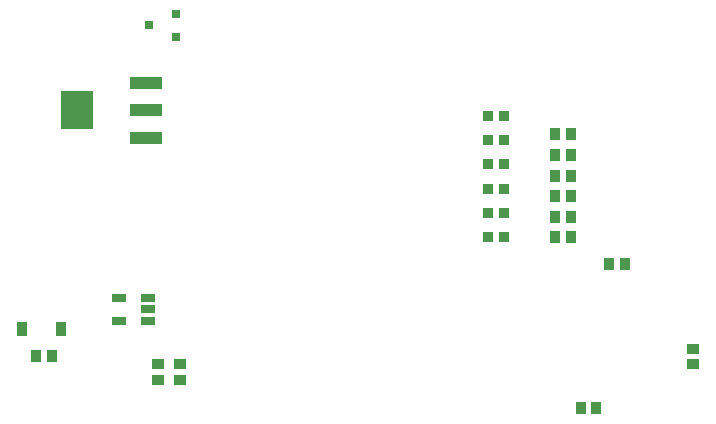
<source format=gbp>
G04*
G04 #@! TF.GenerationSoftware,Altium Limited,Altium Designer,20.0.13 (296)*
G04*
G04 Layer_Color=128*
%FSLAX25Y25*%
%MOIN*%
G70*
G01*
G75*
%ADD23R,0.03543X0.03937*%
%ADD83R,0.10630X0.03937*%
%ADD84R,0.10630X0.12992*%
%ADD85R,0.05118X0.02756*%
%ADD86R,0.03071X0.03071*%
%ADD87R,0.03347X0.03740*%
%ADD88R,0.03740X0.03937*%
%ADD89R,0.03937X0.03740*%
%ADD90R,0.03598X0.04799*%
D23*
X93602Y50295D02*
D03*
X98917D02*
D03*
D83*
X130315Y141339D02*
D03*
Y132283D02*
D03*
Y123228D02*
D03*
D84*
X107087Y132283D02*
D03*
D85*
X121260Y69685D02*
D03*
Y62205D02*
D03*
X130709D02*
D03*
Y65945D02*
D03*
Y69685D02*
D03*
D86*
X131102Y160630D02*
D03*
X140118Y156890D02*
D03*
Y164370D02*
D03*
D87*
X244291Y89984D02*
D03*
X249410D02*
D03*
X244291Y98087D02*
D03*
X249410D02*
D03*
X244291Y106189D02*
D03*
X249410D02*
D03*
X244291Y114291D02*
D03*
X249410D02*
D03*
X244291Y122394D02*
D03*
X249410D02*
D03*
X244291Y130496D02*
D03*
X249410D02*
D03*
D88*
X266536Y90157D02*
D03*
X271654D02*
D03*
X266536Y96894D02*
D03*
X271654D02*
D03*
X266536Y103631D02*
D03*
X271654D02*
D03*
X266536Y110555D02*
D03*
X271654D02*
D03*
X271654Y117544D02*
D03*
X266536D02*
D03*
Y124236D02*
D03*
X271654D02*
D03*
X280118Y33071D02*
D03*
X275000D02*
D03*
X284646Y81102D02*
D03*
X289764D02*
D03*
D89*
X141339Y42520D02*
D03*
Y47638D02*
D03*
X134252Y42520D02*
D03*
Y47638D02*
D03*
X312598Y52756D02*
D03*
Y47638D02*
D03*
D90*
X101870Y59350D02*
D03*
X88970D02*
D03*
M02*

</source>
